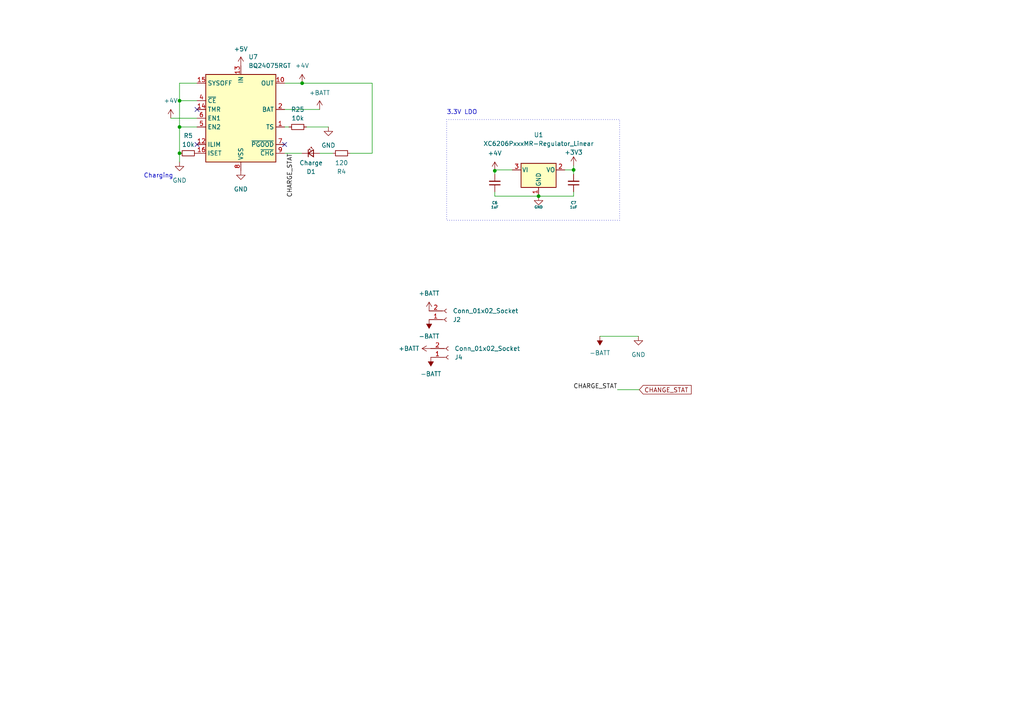
<source format=kicad_sch>
(kicad_sch (version 20231120) (generator "eeschema") (generator_version "8.0")
  (paper "A4")
  (lib_symbols
    (symbol "+5V_1" (power) (pin_names (offset 0))
      (property "Value" "+5V_1" (at 0 3.556 0))
      (symbol "+5V_1_0_1"
        (polyline (pts (xy -0.762 1.27) (xy 0 2.54)))
        (polyline (pts (xy 0 0) (xy 0 2.54)))
        (polyline (pts (xy 0 2.54) (xy 0.762 1.27)))
      )
      (symbol "+5V_1_1_1"
        (pin power_in line (at 0 0 90) (length 0) hide (name "+5V") (number "1"))
      )
    )
    (symbol "Battery_Management:BQ24075RGT"
      (property "Reference" "U" (at -8.89 13.97 0))
      (property "Value" "BQ24075RGT" (at 16.51 13.97 0))
      (symbol "BQ24075RGT_0_1"
        (rectangle (start -10.16 12.7) (end 10.16 -12.7) (stroke (width 0.254)) (fill (type background)))
      )
      (symbol "BQ24075RGT_1_1"
        (pin passive line (at 12.7 -2.54 180) (length 2.54) (name "TS") (number "1"))
        (pin power_out line (at 12.7 10.16 180) (length 2.54) (name "OUT") (number "10"))
        (pin passive line (at 12.7 10.16 180) (length 2.54) hide (name "OUT") (number "11"))
        (pin passive line (at -12.7 -7.62 0) (length 2.54) (name "ILIM") (number "12"))
        (pin power_in line (at 0 15.24 270) (length 2.54) (name "IN") (number "13"))
        (pin input line (at -12.7 2.54 0) (length 2.54) (name "TMR") (number "14"))
        (pin input line (at -12.7 10.16 0) (length 2.54) (name "SYSOFF") (number "15"))
        (pin passive line (at -12.7 -10.16 0) (length 2.54) (name "ISET") (number "16"))
        (pin passive line (at 0 -15.24 90) (length 2.54) hide (name "VSS") (number "17"))
        (pin power_out line (at 12.7 2.54 180) (length 2.54) (name "BAT") (number "2"))
        (pin passive line (at 12.7 2.54 180) (length 2.54) hide (name "BAT") (number "3"))
        (pin input line (at -12.7 5.08 0) (length 2.54) (name "~{CE}") (number "4"))
        (pin input line (at -12.7 -2.54 0) (length 2.54) (name "EN2") (number "5"))
        (pin input line (at -12.7 0 0) (length 2.54) (name "EN1") (number "6"))
        (pin open_collector line (at 12.7 -7.62 180) (length 2.54) (name "~{PGOOD}") (number "7"))
        (pin power_in line (at 0 -15.24 90) (length 2.54) (name "VSS") (number "8"))
        (pin open_collector line (at 12.7 -10.16 180) (length 2.54) (name "~{CHG}") (number "9"))
      )
    )
    (symbol "Connector:Conn_01x02_Socket" (pin_names (offset 1.016) hide)
      (property "Reference" "J" (at 0 2.54 0))
      (property "Value" "Conn_01x02_Socket" (at 0 -5.08 0))
      (symbol "Conn_01x02_Socket_1_1"
        (arc (start 0 -2.032) (mid -0.5058 -2.54) (end 0 -3.048) (stroke (width 0.1524)))
        (polyline (pts (xy -1.27 -2.54) (xy -0.508 -2.54)) (stroke (width 0.1524)))
        (polyline (pts (xy -1.27 0) (xy -0.508 0)) (stroke (width 0.1524)))
        (arc (start 0 0.508) (mid -0.5058 0) (end 0 -0.508) (stroke (width 0.1524)))
        (pin passive line (at -5.08 0 0) (length 3.81) (name "Pin_1") (number "1"))
        (pin passive line (at -5.08 -2.54 0) (length 3.81) (name "Pin_2") (number "2"))
      )
    )
    (symbol "Device:C_Small" (pin_numbers hide) (pin_names (offset 0.254) hide)
      (property "Reference" "C" (at 0.254 1.778 0))
      (property "Value" "C_Small" (at 0.254 -2.032 0))
      (symbol "C_Small_0_1"
        (polyline (pts (xy -1.524 -0.508) (xy 1.524 -0.508)) (stroke (width 0.3302)))
        (polyline (pts (xy -1.524 0.508) (xy 1.524 0.508)) (stroke (width 0.3048)))
      )
      (symbol "C_Small_1_1"
        (pin passive line (at 0 2.54 270) (length 2.032) (name "~") (number "1"))
        (pin passive line (at 0 -2.54 90) (length 2.032) (name "~") (number "2"))
      )
    )
    (symbol "Device:LED_Small" (pin_numbers hide) (pin_names (offset 0.254) hide)
      (property "Reference" "D" (at -1.27 3.175 0))
      (property "Value" "LED_Small" (at -4.445 -2.54 0))
      (symbol "LED_Small_0_1"
        (polyline (pts (xy -0.762 -1.016) (xy -0.762 1.016)) (stroke (width 0.254)))
        (polyline (pts (xy 1.016 0) (xy -0.762 0)))
        (polyline (pts (xy 0.762 -1.016) (xy -0.762 0) (xy 0.762 1.016) (xy 0.762 -1.016)) (stroke (width 0.254)))
        (polyline (pts (xy 0 0.762) (xy -0.508 1.27) (xy -0.254 1.27) (xy -0.508 1.27) (xy -0.508 1.016)))
        (polyline (pts (xy 0.508 1.27) (xy 0 1.778) (xy 0.254 1.778) (xy 0 1.778) (xy 0 1.524)))
      )
      (symbol "LED_Small_1_1"
        (pin passive line (at -2.54 0 0) (length 1.778) (name "K") (number "1"))
        (pin passive line (at 2.54 0 180) (length 1.778) (name "A") (number "2"))
      )
    )
    (symbol "Device:R_Small" (pin_numbers hide) (pin_names (offset 0.254) hide)
      (property "Reference" "R" (at 0.762 0.508 0))
      (property "Value" "R_Small" (at 0.762 -1.016 0))
      (symbol "R_Small_0_1"
        (rectangle (start -0.762 1.778) (end 0.762 -1.778) (stroke (width 0.2032)))
      )
      (symbol "R_Small_1_1"
        (pin passive line (at 0 2.54 270) (length 0.762) (name "~") (number "1"))
        (pin passive line (at 0 -2.54 90) (length 0.762) (name "~") (number "2"))
      )
    )
    (symbol "kicad-keyboard-parts:XC6206PxxxMR-Regulator_Linear" (pin_names (offset 0.254))
      (property "Reference" "U" (at -3.81 3.175 0))
      (property "Value" "XC6206PxxxMR-Regulator_Linear" (at 0 3.175 0))
      (property "LCSC" "C5446" (at 0 0 0))
      (symbol "XC6206PxxxMR-Regulator_Linear_0_1"
        (rectangle (start -5.08 1.905) (end 5.08 -5.08) (stroke (width 0.254)) (fill (type background)))
      )
      (symbol "XC6206PxxxMR-Regulator_Linear_1_1"
        (pin power_in line (at 0 -7.62 90) (length 2.54) (name "GND") (number "1"))
        (pin power_out line (at 7.62 0 180) (length 2.54) (name "VO") (number "2"))
        (pin power_in line (at -7.62 0 0) (length 2.54) (name "VI") (number "3"))
      )
    )
    (symbol "power:+3V3" (power) (pin_names (offset 0))
      (property "Value" "+3V3" (at 0 3.556 0))
      (symbol "+3V3_0_1"
        (polyline (pts (xy -0.762 1.27) (xy 0 2.54)))
        (polyline (pts (xy 0 0) (xy 0 2.54)))
        (polyline (pts (xy 0 2.54) (xy 0.762 1.27)))
      )
      (symbol "+3V3_1_1"
        (pin power_in line (at 0 0 90) (length 0) hide (name "+3V3") (number "1"))
      )
    )
    (symbol "power:+4V" (power) (pin_numbers hide) (pin_names (offset 0) hide)
      (property "Value" "+4V" (at 0 3.556 0))
      (symbol "+4V_0_1"
        (polyline (pts (xy -0.762 1.27) (xy 0 2.54)))
        (polyline (pts (xy 0 0) (xy 0 2.54)))
        (polyline (pts (xy 0 2.54) (xy 0.762 1.27)))
      )
      (symbol "+4V_1_1"
        (pin power_in line (at 0 0 90) (length 0) (name "~") (number "1"))
      )
    )
    (symbol "power:+BATT" (power) (pin_names (offset 0))
      (property "Value" "+BATT" (at 0 3.556 0))
      (symbol "+BATT_0_1"
        (polyline (pts (xy -0.762 1.27) (xy 0 2.54)))
        (polyline (pts (xy 0 0) (xy 0 2.54)))
        (polyline (pts (xy 0 2.54) (xy 0.762 1.27)))
      )
      (symbol "+BATT_1_1"
        (pin power_in line (at 0 0 90) (length 0) hide (name "+BATT") (number "1"))
      )
    )
    (symbol "power:-BATT" (power) (pin_names (offset 0))
      (property "Value" "-BATT" (at 0 3.556 0))
      (symbol "-BATT_0_1"
        (polyline (pts (xy 0 0) (xy 0 2.54)))
        (polyline (pts (xy 0.762 1.27) (xy -0.762 1.27) (xy 0 2.54) (xy 0.762 1.27)) (fill (type outline)))
      )
      (symbol "-BATT_1_1"
        (pin power_in line (at 0 0 90) (length 0) hide (name "-BATT") (number "1"))
      )
    )
    (symbol "power:GND" (power) (pin_names (offset 0))
      (property "Value" "GND" (at 0 -3.81 0))
      (symbol "GND_0_1"
        (polyline (pts (xy 0 0) (xy 0 -1.27) (xy 1.27 -1.27) (xy 0 -2.54) (xy -1.27 -1.27) (xy 0 -1.27)))
      )
      (symbol "GND_1_1"
        (pin power_in line (at 0 0 270) (length 0) hide (name "GND") (number "1"))
      )
    )
  )
  (junction (at 156.21 56.896) (diameter 0.9144))
  (junction (at 87.63 24.13))
  (junction (at 52.07 36.83))
  (junction (at 143.51 49.53))
  (junction (at 166.37 49.276))
  (junction (at 52.07 44.45))
  (junction (at 52.07 29.21))
  (no_connect (at 82.55 41.91))
  (no_connect (at 57.15 31.75))
  (no_connect (at 57.15 41.91))
  (wire (pts (xy 82.55 36.83) (xy 83.82 36.83)))
  (wire (pts (xy 96.52 44.45) (xy 92.71 44.45)))
  (wire (pts (xy 49.53 34.29) (xy 57.15 34.29)))
  (wire (pts (xy 52.07 36.83) (xy 57.15 36.83)))
  (wire (pts (xy 52.07 29.21) (xy 52.07 24.13)))
  (wire (pts (xy 87.63 44.45) (xy 82.55 44.45)))
  (wire (pts (xy 107.95 24.13) (xy 107.95 44.45)))
  (wire (pts (xy 82.55 31.75) (xy 92.71 31.75)))
  (wire (pts (xy 166.37 48.006) (xy 166.37 49.276)))
  (wire (pts (xy 143.51 55.626) (xy 143.51 56.896)))
  (wire (pts (xy 107.95 44.45) (xy 101.6 44.45)))
  (wire (pts (xy 82.55 24.13) (xy 87.63 24.13)))
  (wire (pts (xy 166.37 49.276) (xy 166.37 50.546)))
  (wire (pts (xy 179.07 113.03) (xy 185.42 113.03)))
  (wire (pts (xy 173.99 97.536) (xy 185.166 97.536)))
  (wire (pts (xy 52.07 44.45) (xy 52.07 46.99)))
  (wire (pts (xy 143.51 49.276) (xy 143.51 49.53)))
  (wire (pts (xy 166.37 55.626) (xy 166.37 56.896)))
  (wire (pts (xy 52.07 36.83) (xy 52.07 44.45)))
  (wire (pts (xy 52.07 29.21) (xy 57.15 29.21)))
  (wire (pts (xy 87.63 24.13) (xy 107.95 24.13)))
  (wire (pts (xy 88.9 36.83) (xy 95.25 36.83)))
  (wire (pts (xy 52.07 24.13) (xy 57.15 24.13)))
  (wire (pts (xy 156.21 56.896) (xy 143.51 56.896)))
  (wire (pts (xy 156.21 56.896) (xy 166.37 56.896)))
  (wire (pts (xy 52.07 36.83) (xy 52.07 29.21)))
  (wire (pts (xy 143.51 49.276) (xy 148.59 49.276)))
  (wire (pts (xy 143.51 49.53) (xy 143.51 50.546)))
  (wire (pts (xy 163.83 49.276) (xy 166.37 49.276)))
  (rectangle (start 129.54 34.671) (end 179.705 63.881) (stroke (width 0) (type dot)))
  (text "3.3V LDO" (at 129.54 33.401 0) (effects (font (size 1.27 1.27)) (justify left bottom)))
  (text "Charging" (at 41.656 51.816 0) (effects (font (size 1.27 1.27)) (justify left bottom)))
  (label "CHARGE_STAT" (at 85.09 44.45 270))
  (label "CHARGE_STAT" (at 179.07 113.03 180))
  (global_label "CHANGE_STAT" (shape input) (at 185.42 113.03 0) (property "Intersheetrefs" "${INTERSHEET_REFS}" (effects (hide yes))))
  (symbol (lib_id "power:GND") (at 185.166 97.536 0) (unit 1)
    (property "Reference" "#PWR049" (effects (hide yes)))
    (property "Value" "GND" (at 185.166 102.87 0))
  )
  (symbol (lib_id "kicad-keyboard-parts:XC6206PxxxMR-Regulator_Linear") (at 156.21 49.276 0) (unit 1)
    (property "Reference" "U1" (at 156.21 39.116 0))
    (property "Value" "XC6206PxxxMR-Regulator_Linear" (at 156.21 41.656 0))
    (property "Footprint" "Package_TO_SOT_SMD:SOT-23" (effects (hide yes)))
    (property "Datasheet" "https://www.torexsemi.com/file/xc6206/XC6206.pdf" (effects (hide yes)))
    (property "LCSC" "C5446" (effects (hide yes)))
    (property "JlcRotOffset" "180" (effects (hide yes)))
    (property "MPN" "XC6206P332MR" (effects (hide yes)))
  )
  (symbol (lib_id "Connector:Conn_01x02_Socket") (at 129.54 92.71 0) (mirror x) (unit 1)
    (property "Reference" "J2" (at 131.318 92.71 0) (effects (justify left)))
    (property "Value" "Conn_01x02_Socket" (at 131.318 90.17 0) (effects (justify left)))
    (property "Footprint" "Connector_Molex:Molex_Pico-EZmate_78171-0002_1x02-1MP_P1.20mm_Vertical" (effects (hide yes)))
    (property "MPN" "SH-SM02B (SRSS)-TB" (effects (hide yes)))
  )
  (symbol (lib_id "power:-BATT") (at 124.46 92.71 180) (unit 1)
    (property "Reference" "#PWR046" (effects (hide yes)))
    (property "Value" "-BATT" (at 124.46 97.536 0))
  )
  (symbol (lib_id "Device:C_Small") (at 143.51 53.086 180) (unit 1)
    (property "Reference" "C6" (at 143.51 58.801 0) (effects (font (size 0.762 0.762))))
    (property "Value" "1uF" (at 143.51 60.071 0) (effects (font (size 0.762 0.762))))
    (property "Footprint" "Capacitor_SMD:C_0402_1005Metric" (effects (hide yes)))
    (property "LCSC" "C52923" (effects (hide yes)))
  )
  (symbol (lib_id "power:GND") (at 69.85 49.53 0) (unit 1)
    (property "Reference" "#PWR027" (effects (hide yes)))
    (property "Value" "GND" (at 69.85 54.864 0))
  )
  (symbol (lib_name "+5V_1") (lib_id "power:+5V") (at 69.85 19.05 0) (unit 1)
    (property "Reference" "#PWR024" (effects (hide yes)))
    (property "Value" "+5V" (at 69.85 14.224 0))
  )
  (symbol (lib_id "power:+4V") (at 87.63 24.13 0) (unit 1)
    (property "Reference" "#PWR025" (effects (hide yes)))
    (property "Value" "+4V" (at 87.63 19.05 0))
    (property "Description" "Power symbol creates a global label with name \"+4V\"" (effects (hide yes)))
  )
  (symbol (lib_id "power:GND") (at 95.25 36.83 0) (unit 1)
    (property "Reference" "#PWR041" (effects (hide yes)))
    (property "Value" "GND" (at 95.25 42.164 0))
  )
  (symbol (lib_id "power:+BATT") (at 124.46 90.17 0) (unit 1)
    (property "Reference" "#PWR045" (effects (hide yes)))
    (property "Value" "+BATT" (at 124.46 85.09 0))
  )
  (symbol (lib_id "power:+4V") (at 143.51 49.53 0) (unit 1)
    (property "Reference" "#PWR042" (effects (hide yes)))
    (property "Value" "+4V" (at 143.51 44.45 0))
    (property "Description" "Power symbol creates a global label with name \"+4V\"" (effects (hide yes)))
  )
  (symbol (lib_id "Device:R_Small") (at 54.61 44.45 270) (mirror x) (unit 1)
    (property "Reference" "R5" (at 54.61 39.37 90))
    (property "Value" "10k" (at 54.61 41.91 90))
    (property "Footprint" "Resistor_SMD:R_0402_1005Metric" (effects (hide yes)))
    (property "Description" "Resistor, small symbol" (effects (hide yes)))
  )
  (symbol (lib_id "power:GND") (at 156.21 56.896 0) (unit 1)
    (property "Reference" "#PWR09" (effects (hide yes)))
    (property "Value" "GND" (at 156.21 60.071 0) (effects (font (size 0.762 0.762))))
  )
  (symbol (lib_id "Battery_Management:BQ24075RGT") (at 69.85 34.29 0) (unit 1)
    (property "Reference" "U7" (at 72.0441 16.51 0) (effects (justify left)))
    (property "Value" "BQ24075RGT" (at 72.0441 19.05 0) (effects (justify left)))
    (property "Footprint" "Package_DFN_QFN:VQFN-16-1EP_3x3mm_P0.5mm_EP1.6x1.6mm" (effects (hide yes)))
    (property "Datasheet" "http://www.ti.com/lit/ds/symlink/bq24075.pdf" (effects (hide yes)))
    (property "Description" "USB-Friendly Li-Ion Battery Charger and Power-Path Management, VQFN-16" (effects (hide yes)))
  )
  (symbol (lib_id "power:-BATT") (at 124.968 103.632 180) (unit 1)
    (property "Reference" "#PWR051" (effects (hide yes)))
    (property "Value" "-BATT" (at 124.968 108.458 0))
  )
  (symbol (lib_id "Device:LED_Small") (at 90.17 44.45 0) (unit 1)
    (property "Reference" "D1" (at 90.2335 49.784 0))
    (property "Value" "Charge" (at 90.2335 47.244 0))
    (property "Footprint" "LED_SMD:LED_0805_2012Metric" (effects (hide yes)))
    (property "LCSC" "C2943978" (effects (hide yes)))
    (property "MPN" "Everlight Elec 17-21SURC/S530-A3/4T " (effects (hide yes)))
  )
  (symbol (lib_id "power:GND") (at 52.07 46.99 0) (unit 1)
    (property "Reference" "#PWR037" (effects (hide yes)))
    (property "Value" "GND" (at 52.07 52.324 0))
  )
  (symbol (lib_id "power:-BATT") (at 173.99 97.536 180) (unit 1)
    (property "Reference" "#PWR048" (effects (hide yes)))
    (property "Value" "-BATT" (at 173.99 102.362 0))
  )
  (symbol (lib_id "Device:R_Small") (at 86.36 36.83 270) (unit 1)
    (property "Reference" "R25" (at 86.36 31.75 90))
    (property "Value" "10k" (at 86.36 34.29 90))
    (property "Footprint" "Resistor_SMD:R_0402_1005Metric" (effects (hide yes)))
    (property "Description" "Resistor, small symbol" (effects (hide yes)))
  )
  (symbol (lib_id "power:+3V3") (at 166.37 48.006 0) (unit 1)
    (property "Reference" "#PWR05" (effects (hide yes)))
    (property "Value" "+3V3" (at 166.37 44.196 0))
  )
  (symbol (lib_id "Device:C_Small") (at 166.37 53.086 180) (unit 1)
    (property "Reference" "C7" (at 166.37 58.801 0) (effects (font (size 0.762 0.762))))
    (property "Value" "1uF" (at 166.37 60.071 0) (effects (font (size 0.762 0.762))))
    (property "Footprint" "Capacitor_SMD:C_0402_1005Metric" (effects (hide yes)))
    (property "LCSC" "C52923" (effects (hide yes)))
  )
  (symbol (lib_id "power:+4V") (at 49.53 34.29 0) (unit 1)
    (property "Reference" "#PWR038" (effects (hide yes)))
    (property "Value" "+4V" (at 49.53 29.21 0))
    (property "Description" "Power symbol creates a global label with name \"+4V\"" (effects (hide yes)))
  )
  (symbol (lib_id "Connector:Conn_01x02_Socket") (at 130.048 103.632 0) (mirror x) (unit 1) (in_bom no)
    (property "Reference" "J4" (at 131.826 103.632 0) (effects (justify left)))
    (property "Value" "Conn_01x02_Socket" (at 131.826 101.092 0) (effects (justify left)))
    (property "Footprint" "Connector_PinHeader_2.54mm:PinHeader_1x02_P2.54mm_Vertical" (effects (hide yes)))
  )
  (symbol (lib_id "power:+BATT") (at 92.71 31.75 0) (unit 1)
    (property "Reference" "#PWR026" (effects (hide yes)))
    (property "Value" "+BATT" (at 92.71 26.924 0))
  )
  (symbol (lib_id "Device:R_Small") (at 99.06 44.45 270) (unit 1)
    (property "Reference" "R4" (at 99.06 49.784 90))
    (property "Value" "120" (at 99.06 47.244 90))
    (property "Footprint" "Resistor_SMD:R_0402_1005Metric" (effects (hide yes)))
    (property "LCSC" "C2828866" (effects (hide yes)))
  )
  (symbol (lib_id "power:+BATT") (at 124.968 101.092 90) (unit 1)
    (property "Reference" "#PWR050" (effects (hide yes)))
    (property "Value" "+BATT" (at 121.666 101.092 90) (effects (justify left)))
  )
)
</source>
